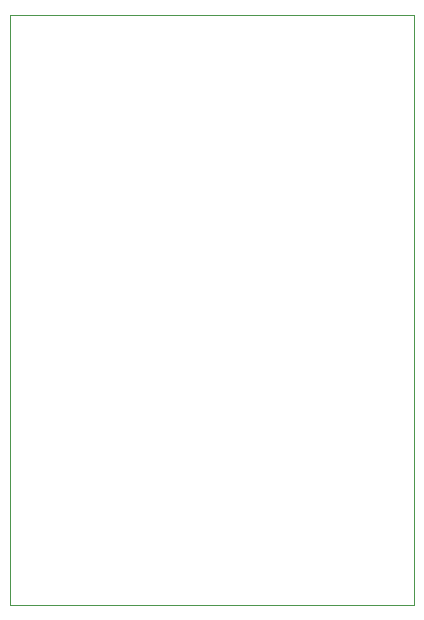
<source format=gm1>
G75*
%MOIN*%
%OFA0B0*%
%FSLAX24Y24*%
%IPPOS*%
%LPD*%
%AMOC8*
5,1,8,0,0,1.08239X$1,22.5*
%
%ADD10C,0.0000*%
D10*
X001644Y001582D02*
X001644Y021267D01*
X015108Y021267D01*
X015108Y001582D01*
X001644Y001582D01*
M02*

</source>
